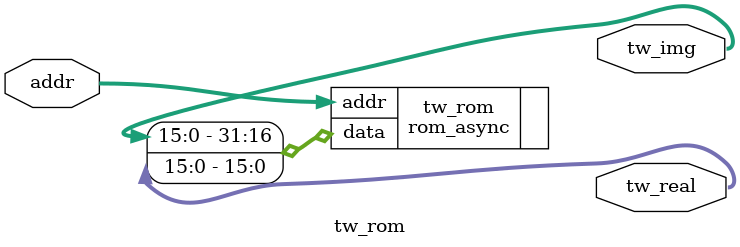
<source format=v>
module tw_rom #(parameter ROM_DEPTH = 4,
                  parameter ROM_WIDTH = 32,
                  parameter ROM_FILE = "tw_rom.mem",
                  parameter A_WIDTH = $clog2(ROM_DEPTH)

                 ) (
                   input [A_WIDTH-1:0] addr,
                   output  signed [15:0] tw_real,
                   output  signed [15:0] tw_img
                 );

  // parameter ROM_DEPTH = 8;
  // parameter ROM_WIDTH = 32;
  // parameter ROM_FILE = "/home/mnasser431998/Desktop/fft_pipeline/src/tw_rom.mem";

  rom_async #(
              .WIDTH(ROM_WIDTH),
              .DEPTH(ROM_DEPTH),
              .INIT_F(ROM_FILE)
            ) tw_rom(
              .addr(addr),
              .data({tw_img, tw_real})
            );

endmodule

</source>
